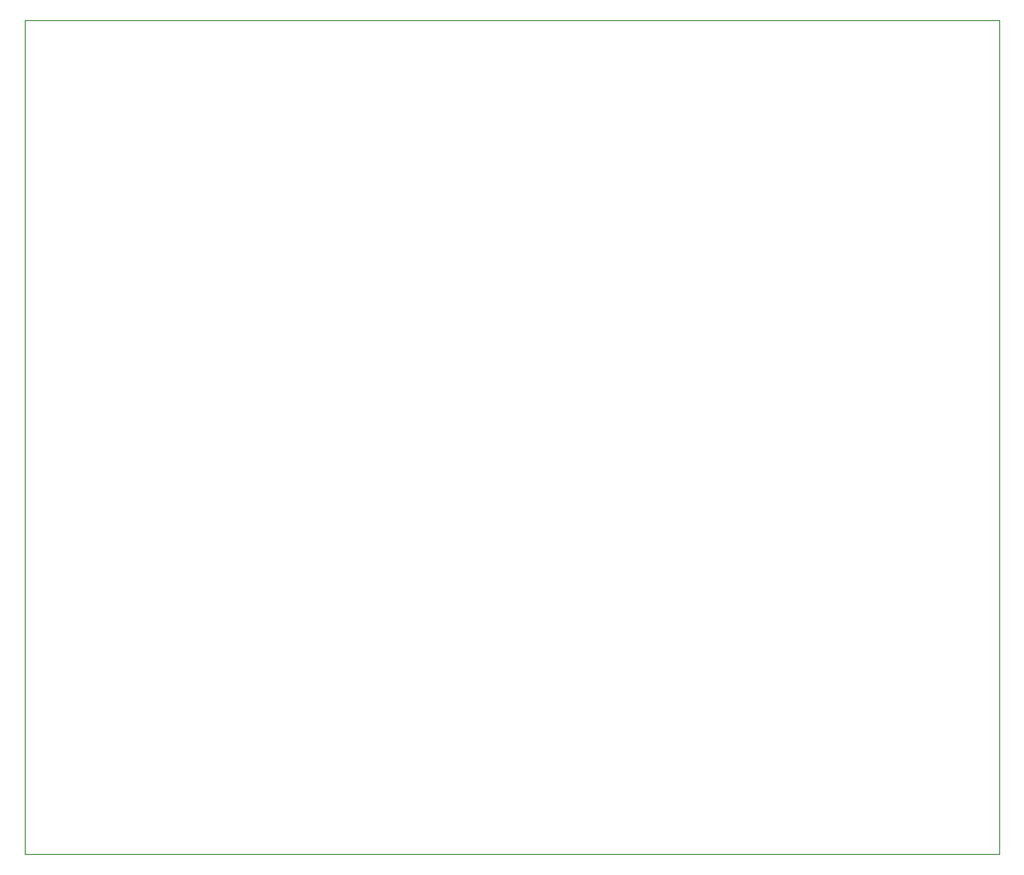
<source format=gm1>
%TF.GenerationSoftware,KiCad,Pcbnew,8.0.6*%
%TF.CreationDate,2025-02-04T19:04:09-05:00*%
%TF.ProjectId,Jetson_Extension_Board,4a657473-6f6e-45f4-9578-74656e73696f,rev?*%
%TF.SameCoordinates,Original*%
%TF.FileFunction,Profile,NP*%
%FSLAX46Y46*%
G04 Gerber Fmt 4.6, Leading zero omitted, Abs format (unit mm)*
G04 Created by KiCad (PCBNEW 8.0.6) date 2025-02-04 19:04:09*
%MOMM*%
%LPD*%
G01*
G04 APERTURE LIST*
%TA.AperFunction,Profile*%
%ADD10C,0.050000*%
%TD*%
G04 APERTURE END LIST*
D10*
X85000000Y-71000000D02*
X175000000Y-71000000D01*
X175000000Y-148000000D01*
X85000000Y-148000000D01*
X85000000Y-71000000D01*
M02*

</source>
